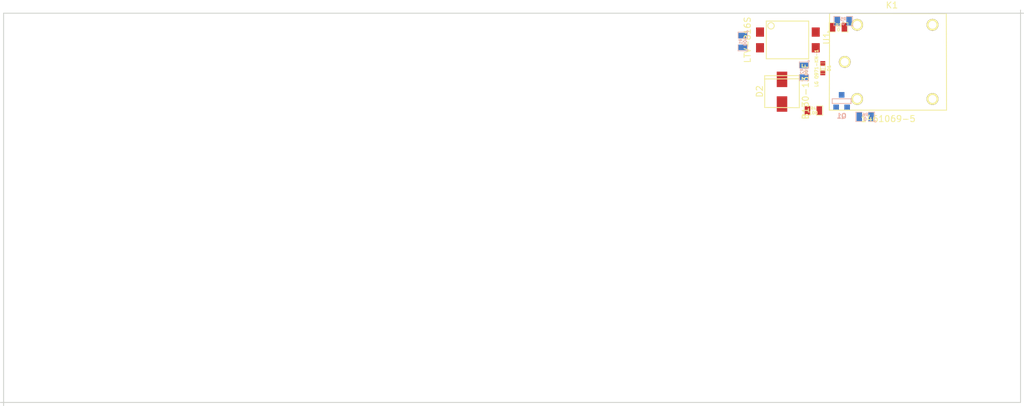
<source format=kicad_pcb>
(kicad_pcb (version 3) (host pcbnew "(2013-jul-07)-stable")

  (general
    (links 13)
    (no_connects 13)
    (area 111.684999 66.472999 277.443001 130.631001)
    (thickness 1.6)
    (drawings 4)
    (tracks 0)
    (zones 0)
    (modules 11)
    (nets 12)
  )

  (page USLedger)
  (title_block 
    (title BenchBuddEE)
    (rev A)
  )

  (layers
    (15 F.Cu signal)
    (2 PWR power)
    (1 GNd power)
    (0 B.Cu jumper)
    (16 B.Adhes user)
    (17 F.Adhes user)
    (18 B.Paste user)
    (19 F.Paste user)
    (20 B.SilkS user)
    (21 F.SilkS user)
    (22 B.Mask user)
    (23 F.Mask user)
    (28 Edge.Cuts user)
  )

  (setup
    (last_trace_width 0.254)
    (user_trace_width 0.1524)
    (trace_clearance 0.254)
    (zone_clearance 0.508)
    (zone_45_only no)
    (trace_min 0.1524)
    (segment_width 0.2)
    (edge_width 0.15)
    (via_size 0.889)
    (via_drill 0.635)
    (via_min_size 0.508)
    (via_min_drill 0.3302)
    (user_via 0.508 0.3302)
    (uvia_size 0.508)
    (uvia_drill 0.127)
    (uvias_allowed no)
    (uvia_min_size 0.381)
    (uvia_min_drill 0.127)
    (pcb_text_width 0.3)
    (pcb_text_size 1 1)
    (mod_edge_width 0.15)
    (mod_text_size 1 1)
    (mod_text_width 0.15)
    (pad_size 1 1)
    (pad_drill 0.6)
    (pad_to_mask_clearance 0.254)
    (solder_mask_min_width 0.127)
    (aux_axis_origin 0 0)
    (visible_elements 7FFFFFFF)
    (pcbplotparams
      (layerselection 3178497)
      (usegerberextensions true)
      (excludeedgelayer true)
      (linewidth 0.150000)
      (plotframeref false)
      (viasonmask false)
      (mode 1)
      (useauxorigin false)
      (hpglpennumber 1)
      (hpglpenspeed 20)
      (hpglpendiameter 15)
      (hpglpenoverlay 2)
      (psnegative false)
      (psa4output false)
      (plotreference true)
      (plotvalue true)
      (plotothertext true)
      (plotinvisibletext false)
      (padsonsilk false)
      (subtractmaskfromsilk false)
      (outputformat 1)
      (mirror false)
      (drillshape 1)
      (scaleselection 1)
      (outputdirectory ""))
  )

  (net 0 "")
  (net 1 +12P)
  (net 2 /Arduino/RELAY+)
  (net 3 GND)
  (net 4 N-0000088)
  (net 5 N-0000089)
  (net 6 N-0000090)
  (net 7 N-0000091)
  (net 8 N-0000092)
  (net 9 N-0000093)
  (net 10 N-0000094)
  (net 11 N-0000095)

  (net_class Default "Dies ist die voreingestellte Netzklasse."
    (clearance 0.254)
    (trace_width 0.254)
    (via_dia 0.889)
    (via_drill 0.635)
    (uvia_dia 0.508)
    (uvia_drill 0.127)
    (add_net "")
    (add_net +12P)
    (add_net /Arduino/RELAY+)
    (add_net GND)
    (add_net N-0000088)
    (add_net N-0000089)
    (add_net N-0000090)
    (add_net N-0000091)
    (add_net N-0000092)
    (add_net N-0000093)
    (add_net N-0000094)
    (add_net N-0000095)
  )

  (module TE-SPDT (layer F.Cu) (tedit 53032E7F) (tstamp 53032F69)
    (at 248.412 74.93)
    (path /52EBC0CF/52F0B440)
    (fp_text reference K1 (at 7.63016 -9.1694) (layer F.SilkS)
      (effects (font (size 1 1) (thickness 0.15)))
    )
    (fp_text value 1461069-5 (at 7.01548 9.21512) (layer F.SilkS)
      (effects (font (size 1 1) (thickness 0.15)))
    )
    (fp_line (start -2.50444 -7.8486) (end 16.4338 -7.81304) (layer F.SilkS) (width 0.15))
    (fp_line (start 16.4338 -7.81304) (end 16.47444 7.81304) (layer F.SilkS) (width 0.15))
    (fp_line (start 16.47444 7.81304) (end -2.50444 7.81304) (layer F.SilkS) (width 0.15))
    (fp_line (start -2.50444 7.81304) (end -2.45872 -7.85368) (layer F.SilkS) (width 0.15))
    (fp_line (start -2.45872 -7.85368) (end -2.42316 -7.76732) (layer F.SilkS) (width 0.15))
    (pad 1 thru_hole circle (at 0 0) (size 1.92 1.92) (drill 1.3)
      (layers *.Cu *.Mask F.SilkS)
    )
    (pad 2 thru_hole circle (at 2 -6) (size 1.92 1.92) (drill 1.3)
      (layers *.Cu *.Mask F.SilkS)
      (net 7 N-0000091)
    )
    (pad 3 thru_hole circle (at 14.2 -6) (size 1.92 1.92) (drill 1.3)
      (layers *.Cu *.Mask F.SilkS)
    )
    (pad 4 thru_hole circle (at 14.2 6) (size 1.92 1.92) (drill 1.3)
      (layers *.Cu *.Mask F.SilkS)
    )
    (pad 5 thru_hole circle (at 2 6) (size 1.92 1.92) (drill 1.3)
      (layers *.Cu *.Mask F.SilkS)
      (net 4 N-0000088)
    )
  )

  (module SOT23EBC (layer B.Cu) (tedit 3F980186) (tstamp 53032F74)
    (at 247.904 81.28)
    (descr "Module CMS SOT23 Transistore EBC")
    (tags "CMS SOT")
    (path /52EBC0CF/52F0AD1C)
    (attr smd)
    (fp_text reference Q1 (at 0 2.413) (layer B.SilkS)
      (effects (font (size 0.762 0.762) (thickness 0.2032)) (justify mirror))
    )
    (fp_text value 2N3904 (at 0 0) (layer B.SilkS) hide
      (effects (font (size 0.762 0.762) (thickness 0.2032)) (justify mirror))
    )
    (fp_line (start -1.524 0.381) (end 1.524 0.381) (layer B.SilkS) (width 0.127))
    (fp_line (start 1.524 0.381) (end 1.524 -0.381) (layer B.SilkS) (width 0.127))
    (fp_line (start 1.524 -0.381) (end -1.524 -0.381) (layer B.SilkS) (width 0.127))
    (fp_line (start -1.524 -0.381) (end -1.524 0.381) (layer B.SilkS) (width 0.127))
    (pad 1 smd rect (at -0.889 1.016) (size 0.9144 0.9144)
      (layers B.Cu B.Paste B.Mask)
      (net 10 N-0000094)
    )
    (pad 2 smd rect (at 0.889 1.016) (size 0.9144 0.9144)
      (layers B.Cu B.Paste B.Mask)
      (net 5 N-0000089)
    )
    (pad 3 smd rect (at 0 -1.016) (size 0.9144 0.9144)
      (layers B.Cu B.Paste B.Mask)
      (net 4 N-0000088)
    )
    (model smd/cms_sot23.wrl
      (at (xyz 0 0 0))
      (scale (xyz 0.13 0.15 0.15))
      (rotate (xyz 0 0 0))
    )
  )

  (module SMA (layer F.Cu) (tedit 53032880) (tstamp 53032F7F)
    (at 238.252 79.756 90)
    (path /52EBC0CF/52F0B784)
    (fp_text reference D2 (at 0.0508 -3.62204 90) (layer F.SilkS)
      (effects (font (size 1 1) (thickness 0.15)))
    )
    (fp_text value B130-13-F (at 0.0508 3.81 90) (layer F.SilkS)
      (effects (font (size 1 1) (thickness 0.15)))
    )
    (fp_line (start 2.06248 -2.83972) (end 2.09804 2.77876) (layer F.SilkS) (width 0.15))
    (fp_line (start -2.58572 2.80416) (end 2.60604 2.80416) (layer F.SilkS) (width 0.15))
    (fp_line (start 2.60604 2.80416) (end 2.5908 -2.79908) (layer F.SilkS) (width 0.15))
    (fp_line (start 2.5908 -2.79908) (end -2.55016 -2.79908) (layer F.SilkS) (width 0.15))
    (fp_line (start -2.55016 -2.79908) (end -2.58572 2.81432) (layer F.SilkS) (width 0.15))
    (pad 1 smd rect (at -1.99136 0 90) (size 2.5 1.7)
      (layers F.Cu F.Paste F.Mask)
      (net 4 N-0000088)
    )
    (pad 2 smd rect (at 1.99644 0 90) (size 2.5 1.7)
      (layers F.Cu F.Paste F.Mask)
      (net 7 N-0000091)
    )
  )

  (module SM0805 (layer F.Cu) (tedit 5091495C) (tstamp 53032F8C)
    (at 247.396 69.342)
    (path /52EBC0CF/52F0B4EC)
    (attr smd)
    (fp_text reference R3 (at 0 -0.3175) (layer F.SilkS)
      (effects (font (size 0.50038 0.50038) (thickness 0.10922)))
    )
    (fp_text value 0 (at 0 0.381) (layer F.SilkS)
      (effects (font (size 0.50038 0.50038) (thickness 0.10922)))
    )
    (fp_circle (center -1.651 0.762) (end -1.651 0.635) (layer F.SilkS) (width 0.09906))
    (fp_line (start -0.508 0.762) (end -1.524 0.762) (layer F.SilkS) (width 0.09906))
    (fp_line (start -1.524 0.762) (end -1.524 -0.762) (layer F.SilkS) (width 0.09906))
    (fp_line (start -1.524 -0.762) (end -0.508 -0.762) (layer F.SilkS) (width 0.09906))
    (fp_line (start 0.508 -0.762) (end 1.524 -0.762) (layer F.SilkS) (width 0.09906))
    (fp_line (start 1.524 -0.762) (end 1.524 0.762) (layer F.SilkS) (width 0.09906))
    (fp_line (start 1.524 0.762) (end 0.508 0.762) (layer F.SilkS) (width 0.09906))
    (pad 1 smd rect (at -0.9525 0) (size 0.889 1.397)
      (layers F.Cu F.Paste F.Mask)
      (net 9 N-0000093)
    )
    (pad 2 smd rect (at 0.9525 0) (size 0.889 1.397)
      (layers F.Cu F.Paste F.Mask)
      (net 1 +12P)
    )
    (model smd/chip_cms.wrl
      (at (xyz 0 0 0))
      (scale (xyz 0.1 0.1 0.1))
      (rotate (xyz 0 0 0))
    )
  )

  (module SM0805 (layer B.Cu) (tedit 5091495C) (tstamp 53032F99)
    (at 251.714 83.82 180)
    (path /52EBC0CF/52F0B4B2)
    (attr smd)
    (fp_text reference R6 (at 0 0.3175 180) (layer B.SilkS)
      (effects (font (size 0.50038 0.50038) (thickness 0.10922)) (justify mirror))
    )
    (fp_text value 0 (at 0 -0.381 180) (layer B.SilkS)
      (effects (font (size 0.50038 0.50038) (thickness 0.10922)) (justify mirror))
    )
    (fp_circle (center -1.651 -0.762) (end -1.651 -0.635) (layer B.SilkS) (width 0.09906))
    (fp_line (start -0.508 -0.762) (end -1.524 -0.762) (layer B.SilkS) (width 0.09906))
    (fp_line (start -1.524 -0.762) (end -1.524 0.762) (layer B.SilkS) (width 0.09906))
    (fp_line (start -1.524 0.762) (end -0.508 0.762) (layer B.SilkS) (width 0.09906))
    (fp_line (start 0.508 0.762) (end 1.524 0.762) (layer B.SilkS) (width 0.09906))
    (fp_line (start 1.524 0.762) (end 1.524 -0.762) (layer B.SilkS) (width 0.09906))
    (fp_line (start 1.524 -0.762) (end 0.508 -0.762) (layer B.SilkS) (width 0.09906))
    (pad 1 smd rect (at -0.9525 0 180) (size 0.889 1.397)
      (layers B.Cu B.Paste B.Mask)
      (net 3 GND)
    )
    (pad 2 smd rect (at 0.9525 0 180) (size 0.889 1.397)
      (layers B.Cu B.Paste B.Mask)
      (net 10 N-0000094)
    )
    (model smd/chip_cms.wrl
      (at (xyz 0 0 0))
      (scale (xyz 0.1 0.1 0.1))
      (rotate (xyz 0 0 0))
    )
  )

  (module SM0805 (layer F.Cu) (tedit 5091495C) (tstamp 53032FA6)
    (at 243.332 82.804)
    (path /52EBC0CF/52F0AD0D)
    (attr smd)
    (fp_text reference R4 (at 0 -0.3175) (layer F.SilkS)
      (effects (font (size 0.50038 0.50038) (thickness 0.10922)))
    )
    (fp_text value 100 (at 0 0.381) (layer F.SilkS)
      (effects (font (size 0.50038 0.50038) (thickness 0.10922)))
    )
    (fp_circle (center -1.651 0.762) (end -1.651 0.635) (layer F.SilkS) (width 0.09906))
    (fp_line (start -0.508 0.762) (end -1.524 0.762) (layer F.SilkS) (width 0.09906))
    (fp_line (start -1.524 0.762) (end -1.524 -0.762) (layer F.SilkS) (width 0.09906))
    (fp_line (start -1.524 -0.762) (end -0.508 -0.762) (layer F.SilkS) (width 0.09906))
    (fp_line (start 0.508 -0.762) (end 1.524 -0.762) (layer F.SilkS) (width 0.09906))
    (fp_line (start 1.524 -0.762) (end 1.524 0.762) (layer F.SilkS) (width 0.09906))
    (fp_line (start 1.524 0.762) (end 0.508 0.762) (layer F.SilkS) (width 0.09906))
    (pad 1 smd rect (at -0.9525 0) (size 0.889 1.397)
      (layers F.Cu F.Paste F.Mask)
      (net 11 N-0000095)
    )
    (pad 2 smd rect (at 0.9525 0) (size 0.889 1.397)
      (layers F.Cu F.Paste F.Mask)
      (net 5 N-0000089)
    )
    (model smd/chip_cms.wrl
      (at (xyz 0 0 0))
      (scale (xyz 0.1 0.1 0.1))
      (rotate (xyz 0 0 0))
    )
  )

  (module SM0805 (layer B.Cu) (tedit 5091495C) (tstamp 53032FB3)
    (at 241.808 76.454 270)
    (path /52EBC0CF/52F0B501)
    (attr smd)
    (fp_text reference R2 (at 0 0.3175 270) (layer B.SilkS)
      (effects (font (size 0.50038 0.50038) (thickness 0.10922)) (justify mirror))
    )
    (fp_text value 200 (at 0 -0.381 270) (layer B.SilkS)
      (effects (font (size 0.50038 0.50038) (thickness 0.10922)) (justify mirror))
    )
    (fp_circle (center -1.651 -0.762) (end -1.651 -0.635) (layer B.SilkS) (width 0.09906))
    (fp_line (start -0.508 -0.762) (end -1.524 -0.762) (layer B.SilkS) (width 0.09906))
    (fp_line (start -1.524 -0.762) (end -1.524 0.762) (layer B.SilkS) (width 0.09906))
    (fp_line (start -1.524 0.762) (end -0.508 0.762) (layer B.SilkS) (width 0.09906))
    (fp_line (start 0.508 0.762) (end 1.524 0.762) (layer B.SilkS) (width 0.09906))
    (fp_line (start 1.524 0.762) (end 1.524 -0.762) (layer B.SilkS) (width 0.09906))
    (fp_line (start 1.524 -0.762) (end 0.508 -0.762) (layer B.SilkS) (width 0.09906))
    (pad 1 smd rect (at -0.9525 0 270) (size 0.889 1.397)
      (layers B.Cu B.Paste B.Mask)
      (net 3 GND)
    )
    (pad 2 smd rect (at 0.9525 0 270) (size 0.889 1.397)
      (layers B.Cu B.Paste B.Mask)
      (net 8 N-0000092)
    )
    (model smd/chip_cms.wrl
      (at (xyz 0 0 0))
      (scale (xyz 0.1 0.1 0.1))
      (rotate (xyz 0 0 0))
    )
  )

  (module SM0805 (layer B.Cu) (tedit 5091495C) (tstamp 53032FC0)
    (at 231.902 71.628 270)
    (path /52EBC0CF/52F0B602)
    (attr smd)
    (fp_text reference R1 (at 0 0.3175 270) (layer B.SilkS)
      (effects (font (size 0.50038 0.50038) (thickness 0.10922)) (justify mirror))
    )
    (fp_text value 500 (at 0 -0.381 270) (layer B.SilkS)
      (effects (font (size 0.50038 0.50038) (thickness 0.10922)) (justify mirror))
    )
    (fp_circle (center -1.651 -0.762) (end -1.651 -0.635) (layer B.SilkS) (width 0.09906))
    (fp_line (start -0.508 -0.762) (end -1.524 -0.762) (layer B.SilkS) (width 0.09906))
    (fp_line (start -1.524 -0.762) (end -1.524 0.762) (layer B.SilkS) (width 0.09906))
    (fp_line (start -1.524 0.762) (end -0.508 0.762) (layer B.SilkS) (width 0.09906))
    (fp_line (start 0.508 0.762) (end 1.524 0.762) (layer B.SilkS) (width 0.09906))
    (fp_line (start 1.524 0.762) (end 1.524 -0.762) (layer B.SilkS) (width 0.09906))
    (fp_line (start 1.524 -0.762) (end 0.508 -0.762) (layer B.SilkS) (width 0.09906))
    (pad 1 smd rect (at -0.9525 0 270) (size 0.889 1.397)
      (layers B.Cu B.Paste B.Mask)
    )
    (pad 2 smd rect (at 0.9525 0 270) (size 0.889 1.397)
      (layers B.Cu B.Paste B.Mask)
      (net 6 N-0000090)
    )
    (model smd/chip_cms.wrl
      (at (xyz 0 0 0))
      (scale (xyz 0.1 0.1 0.1))
      (rotate (xyz 0 0 0))
    )
  )

  (module SM0805 (layer B.Cu) (tedit 5091495C) (tstamp 53032FCD)
    (at 248.158 68.326 180)
    (path /52EBC0CF/53021F4D)
    (attr smd)
    (fp_text reference R5 (at 0 0.3175 180) (layer B.SilkS)
      (effects (font (size 0.50038 0.50038) (thickness 0.10922)) (justify mirror))
    )
    (fp_text value 0 (at 0 -0.381 180) (layer B.SilkS)
      (effects (font (size 0.50038 0.50038) (thickness 0.10922)) (justify mirror))
    )
    (fp_circle (center -1.651 -0.762) (end -1.651 -0.635) (layer B.SilkS) (width 0.09906))
    (fp_line (start -0.508 -0.762) (end -1.524 -0.762) (layer B.SilkS) (width 0.09906))
    (fp_line (start -1.524 -0.762) (end -1.524 0.762) (layer B.SilkS) (width 0.09906))
    (fp_line (start -1.524 0.762) (end -0.508 0.762) (layer B.SilkS) (width 0.09906))
    (fp_line (start 0.508 0.762) (end 1.524 0.762) (layer B.SilkS) (width 0.09906))
    (fp_line (start 1.524 0.762) (end 1.524 -0.762) (layer B.SilkS) (width 0.09906))
    (fp_line (start 1.524 -0.762) (end 0.508 -0.762) (layer B.SilkS) (width 0.09906))
    (pad 1 smd rect (at -0.9525 0 180) (size 0.889 1.397)
      (layers B.Cu B.Paste B.Mask)
      (net 7 N-0000091)
    )
    (pad 2 smd rect (at 0.9525 0 180) (size 0.889 1.397)
      (layers B.Cu B.Paste B.Mask)
      (net 1 +12P)
    )
    (model smd/chip_cms.wrl
      (at (xyz 0 0 0))
      (scale (xyz 0.1 0.1 0.1))
      (rotate (xyz 0 0 0))
    )
  )

  (module LED-0603 (layer F.Cu) (tedit 4E16AFB4) (tstamp 53032FE9)
    (at 244.856 75.946 270)
    (descr "LED 0603 smd package")
    (tags "LED led 0603 SMD smd SMT smt smdled SMDLED smtled SMTLED")
    (path /52EBC0CF/52F0AD2B)
    (attr smd)
    (fp_text reference D1 (at 0 -1.016 270) (layer F.SilkS)
      (effects (font (size 0.508 0.508) (thickness 0.127)))
    )
    (fp_text value "LG Q971-KN-1" (at 0 1.016 270) (layer F.SilkS)
      (effects (font (size 0.508 0.508) (thickness 0.127)))
    )
    (fp_line (start 0.44958 -0.44958) (end 0.44958 0.44958) (layer F.SilkS) (width 0.06604))
    (fp_line (start 0.44958 0.44958) (end 0.84836 0.44958) (layer F.SilkS) (width 0.06604))
    (fp_line (start 0.84836 -0.44958) (end 0.84836 0.44958) (layer F.SilkS) (width 0.06604))
    (fp_line (start 0.44958 -0.44958) (end 0.84836 -0.44958) (layer F.SilkS) (width 0.06604))
    (fp_line (start -0.84836 -0.44958) (end -0.84836 0.44958) (layer F.SilkS) (width 0.06604))
    (fp_line (start -0.84836 0.44958) (end -0.44958 0.44958) (layer F.SilkS) (width 0.06604))
    (fp_line (start -0.44958 -0.44958) (end -0.44958 0.44958) (layer F.SilkS) (width 0.06604))
    (fp_line (start -0.84836 -0.44958) (end -0.44958 -0.44958) (layer F.SilkS) (width 0.06604))
    (fp_line (start 0 -0.44958) (end 0 -0.29972) (layer F.SilkS) (width 0.06604))
    (fp_line (start 0 -0.29972) (end 0.29972 -0.29972) (layer F.SilkS) (width 0.06604))
    (fp_line (start 0.29972 -0.44958) (end 0.29972 -0.29972) (layer F.SilkS) (width 0.06604))
    (fp_line (start 0 -0.44958) (end 0.29972 -0.44958) (layer F.SilkS) (width 0.06604))
    (fp_line (start 0 0.29972) (end 0 0.44958) (layer F.SilkS) (width 0.06604))
    (fp_line (start 0 0.44958) (end 0.29972 0.44958) (layer F.SilkS) (width 0.06604))
    (fp_line (start 0.29972 0.29972) (end 0.29972 0.44958) (layer F.SilkS) (width 0.06604))
    (fp_line (start 0 0.29972) (end 0.29972 0.29972) (layer F.SilkS) (width 0.06604))
    (fp_line (start 0 -0.14986) (end 0 0.14986) (layer F.SilkS) (width 0.06604))
    (fp_line (start 0 0.14986) (end 0.29972 0.14986) (layer F.SilkS) (width 0.06604))
    (fp_line (start 0.29972 -0.14986) (end 0.29972 0.14986) (layer F.SilkS) (width 0.06604))
    (fp_line (start 0 -0.14986) (end 0.29972 -0.14986) (layer F.SilkS) (width 0.06604))
    (fp_line (start 0.44958 -0.39878) (end -0.44958 -0.39878) (layer F.SilkS) (width 0.1016))
    (fp_line (start 0.44958 0.39878) (end -0.44958 0.39878) (layer F.SilkS) (width 0.1016))
    (pad 1 smd rect (at -0.7493 0 270) (size 0.79756 0.79756)
      (layers F.Cu F.Paste F.Mask)
      (net 11 N-0000095)
    )
    (pad 2 smd rect (at 0.7493 0 270) (size 0.79756 0.79756)
      (layers F.Cu F.Paste F.Mask)
      (net 8 N-0000092)
    )
  )

  (module 4-SMD (layer F.Cu) (tedit 530245AC) (tstamp 53032FF6)
    (at 234.696 70.104 270)
    (path /52EBC0CF/53021D51)
    (fp_text reference U1 (at 1.016 -10.795 270) (layer F.SilkS)
      (effects (font (size 1 1) (thickness 0.15)))
    )
    (fp_text value LTV-816S (at 1.27 2.032 270) (layer F.SilkS)
      (effects (font (size 1 1) (thickness 0.15)))
    )
    (fp_circle (center -1.016 -1.778) (end -0.508 -1.905) (layer F.SilkS) (width 0.15))
    (fp_line (start -1.778 -1.016) (end -1.778 -7.874) (layer F.SilkS) (width 0.15))
    (fp_line (start -1.778 -7.874) (end 4.318 -7.874) (layer F.SilkS) (width 0.15))
    (fp_line (start -1.778 -1.016) (end 4.318 -1.016) (layer F.SilkS) (width 0.15))
    (fp_line (start 4.318 -1.016) (end 4.318 -7.874) (layer F.SilkS) (width 0.15))
    (pad 1 smd rect (at 0 0 270) (size 1.5 1.3)
      (layers F.Cu F.Paste F.Mask)
      (net 2 /Arduino/RELAY+)
    )
    (pad 2 smd rect (at 2.54 0 270) (size 1.5 1.3)
      (layers F.Cu F.Paste F.Mask)
      (net 6 N-0000090)
    )
    (pad 3 smd rect (at 2.54 -9.017 270) (size 1.5 1.3)
      (layers F.Cu F.Paste F.Mask)
      (net 11 N-0000095)
    )
    (pad 4 smd rect (at 0 -9.017 270) (size 1.5 1.3)
      (layers F.Cu F.Paste F.Mask)
      (net 9 N-0000093)
    )
  )

  (gr_line (start 276.86 130.048) (end 276.86 66.548) (angle 90) (layer Edge.Cuts) (width 0.15))
  (gr_line (start 111.76 130.048) (end 276.86 130.048) (angle 90) (layer Edge.Cuts) (width 0.15))
  (gr_line (start 112.268 67.056) (end 112.268 130.556) (angle 90) (layer Edge.Cuts) (width 0.15))
  (gr_line (start 277.368 67.056) (end 112.268 67.056) (angle 90) (layer Edge.Cuts) (width 0.15))

)

</source>
